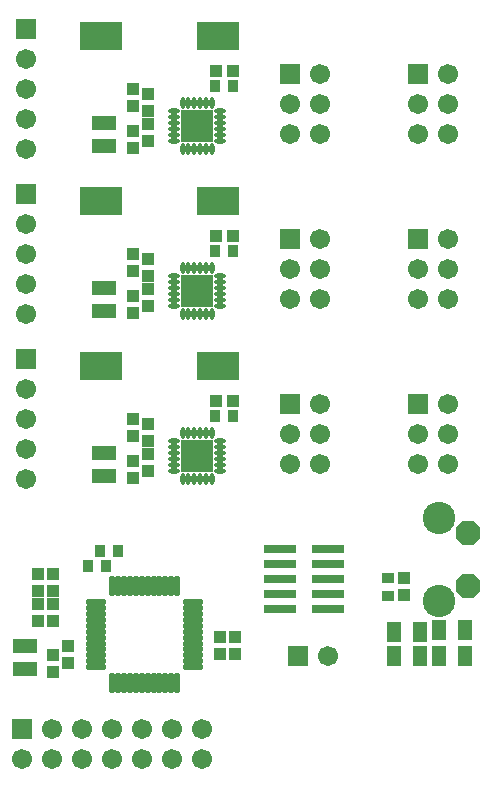
<source format=gts>
%FSLAX23Y23*%
%MOIN*%
G70*
G01*
G75*
G04 Layer_Color=8388736*
%ADD10O,0.063X0.012*%
%ADD11O,0.012X0.063*%
%ADD12R,0.035X0.031*%
%ADD13R,0.075X0.043*%
%ADD14R,0.110X0.030*%
%ADD15R,0.039X0.059*%
%ADD16R,0.035X0.028*%
%ADD17R,0.028X0.035*%
%ADD18R,0.100X0.100*%
%ADD19O,0.010X0.030*%
%ADD20O,0.030X0.010*%
%ADD21R,0.031X0.035*%
%ADD22R,0.132X0.085*%
%ADD23C,0.010*%
%ADD24C,0.015*%
%ADD25C,0.008*%
%ADD26C,0.025*%
G04:AMPARAMS|DCode=27|XSize=70mil|YSize=70mil|CornerRadius=0mil|HoleSize=0mil|Usage=FLASHONLY|Rotation=90.000|XOffset=0mil|YOffset=0mil|HoleType=Round|Shape=Octagon|*
%AMOCTAGOND27*
4,1,8,0.018,0.035,-0.018,0.035,-0.035,0.018,-0.035,-0.018,-0.018,-0.035,0.018,-0.035,0.035,-0.018,0.035,0.018,0.018,0.035,0.0*
%
%ADD27OCTAGOND27*%

%ADD28C,0.100*%
%ADD29C,0.059*%
%ADD30R,0.059X0.059*%
%ADD31R,0.059X0.059*%
%ADD32C,0.030*%
%ADD33C,0.025*%
%ADD34C,0.020*%
%ADD35C,0.010*%
%ADD36C,0.024*%
%ADD37C,0.010*%
%ADD38C,0.006*%
%ADD39C,0.008*%
%ADD40C,0.005*%
%ADD41O,0.071X0.020*%
%ADD42O,0.020X0.071*%
%ADD43R,0.043X0.039*%
%ADD44R,0.083X0.051*%
%ADD45R,0.047X0.067*%
%ADD46R,0.043X0.036*%
%ADD47R,0.036X0.043*%
%ADD48R,0.108X0.108*%
%ADD49O,0.018X0.038*%
%ADD50O,0.038X0.018*%
%ADD51R,0.039X0.043*%
%ADD52R,0.140X0.093*%
G04:AMPARAMS|DCode=53|XSize=78mil|YSize=78mil|CornerRadius=0mil|HoleSize=0mil|Usage=FLASHONLY|Rotation=90.000|XOffset=0mil|YOffset=0mil|HoleType=Round|Shape=Octagon|*
%AMOCTAGOND53*
4,1,8,0.020,0.039,-0.020,0.039,-0.039,0.020,-0.039,-0.020,-0.020,-0.039,0.020,-0.039,0.039,-0.020,0.039,0.020,0.020,0.039,0.0*
%
%ADD53OCTAGOND53*%

%ADD54C,0.108*%
%ADD55C,0.067*%
%ADD56R,0.067X0.067*%
%ADD57R,0.067X0.067*%
%ADD58C,0.028*%
D14*
X6480Y2660D02*
D03*
X6320D02*
D03*
X6480Y2710D02*
D03*
X6320D02*
D03*
X6480Y2760D02*
D03*
X6320D02*
D03*
X6480Y2810D02*
D03*
X6320D02*
D03*
X6480Y2860D02*
D03*
X6320D02*
D03*
D41*
X5708Y2683D02*
D03*
Y2664D02*
D03*
Y2644D02*
D03*
Y2624D02*
D03*
Y2605D02*
D03*
Y2585D02*
D03*
Y2565D02*
D03*
Y2545D02*
D03*
Y2526D02*
D03*
Y2506D02*
D03*
Y2486D02*
D03*
Y2467D02*
D03*
X6032D02*
D03*
Y2486D02*
D03*
Y2506D02*
D03*
Y2526D02*
D03*
Y2545D02*
D03*
Y2565D02*
D03*
Y2585D02*
D03*
Y2605D02*
D03*
Y2624D02*
D03*
Y2644D02*
D03*
Y2664D02*
D03*
Y2683D02*
D03*
D42*
X5762Y2413D02*
D03*
X5781D02*
D03*
X5801D02*
D03*
X5821D02*
D03*
X5840D02*
D03*
X5860D02*
D03*
X5880D02*
D03*
X5900D02*
D03*
X5919D02*
D03*
X5939D02*
D03*
X5959D02*
D03*
X5978D02*
D03*
Y2737D02*
D03*
X5959D02*
D03*
X5939D02*
D03*
X5919D02*
D03*
X5900D02*
D03*
X5880D02*
D03*
X5860D02*
D03*
X5840D02*
D03*
X5821D02*
D03*
X5801D02*
D03*
X5781D02*
D03*
X5762D02*
D03*
D43*
X5515Y2678D02*
D03*
Y2622D02*
D03*
X5565Y2678D02*
D03*
Y2622D02*
D03*
X5515Y2778D02*
D03*
Y2722D02*
D03*
X5565Y2452D02*
D03*
Y2508D02*
D03*
X5615Y2538D02*
D03*
Y2482D02*
D03*
X5565Y2778D02*
D03*
Y2722D02*
D03*
X6120Y2568D02*
D03*
Y2512D02*
D03*
X6170Y2568D02*
D03*
Y2512D02*
D03*
X6735Y2707D02*
D03*
Y2763D02*
D03*
X5830Y4253D02*
D03*
Y4197D02*
D03*
X5880Y4278D02*
D03*
Y4222D02*
D03*
X5830Y4337D02*
D03*
Y4393D02*
D03*
X5880Y4322D02*
D03*
Y4378D02*
D03*
Y3772D02*
D03*
Y3828D02*
D03*
X5830Y3787D02*
D03*
Y3843D02*
D03*
X5880Y3728D02*
D03*
Y3672D02*
D03*
X5830Y3703D02*
D03*
Y3647D02*
D03*
X5880Y3222D02*
D03*
Y3278D02*
D03*
X5830Y3237D02*
D03*
Y3293D02*
D03*
X5880Y3178D02*
D03*
Y3122D02*
D03*
X5830Y3153D02*
D03*
Y3097D02*
D03*
D44*
X5470Y2460D02*
D03*
Y2537D02*
D03*
X5735Y4205D02*
D03*
Y4282D02*
D03*
Y3655D02*
D03*
Y3732D02*
D03*
Y3105D02*
D03*
Y3182D02*
D03*
D45*
X6788Y2505D02*
D03*
X6702D02*
D03*
X6788Y2585D02*
D03*
X6702D02*
D03*
X6852Y2504D02*
D03*
X6938D02*
D03*
X6852Y2589D02*
D03*
X6938D02*
D03*
D46*
X6680Y2765D02*
D03*
Y2705D02*
D03*
D47*
X5680Y2805D02*
D03*
X5740D02*
D03*
X5720Y2855D02*
D03*
X5780D02*
D03*
X6165Y4405D02*
D03*
X6105D02*
D03*
X6165Y3855D02*
D03*
X6105D02*
D03*
X6165Y3305D02*
D03*
X6105D02*
D03*
D48*
X6045Y4270D02*
D03*
Y3720D02*
D03*
Y3170D02*
D03*
D49*
X5996Y4347D02*
D03*
X6015D02*
D03*
X6035D02*
D03*
X6055D02*
D03*
X6075D02*
D03*
X6094D02*
D03*
Y4193D02*
D03*
X6075D02*
D03*
X6055D02*
D03*
X6035D02*
D03*
X6015D02*
D03*
X5996D02*
D03*
Y3797D02*
D03*
X6015D02*
D03*
X6035D02*
D03*
X6055D02*
D03*
X6075D02*
D03*
X6094D02*
D03*
Y3643D02*
D03*
X6075D02*
D03*
X6055D02*
D03*
X6035D02*
D03*
X6015D02*
D03*
X5996D02*
D03*
Y3247D02*
D03*
X6015D02*
D03*
X6035D02*
D03*
X6055D02*
D03*
X6075D02*
D03*
X6094D02*
D03*
Y3093D02*
D03*
X6075D02*
D03*
X6055D02*
D03*
X6035D02*
D03*
X6015D02*
D03*
X5996D02*
D03*
D50*
X6122Y4319D02*
D03*
Y4300D02*
D03*
Y4280D02*
D03*
Y4260D02*
D03*
Y4240D02*
D03*
Y4221D02*
D03*
X5968D02*
D03*
Y4240D02*
D03*
Y4260D02*
D03*
Y4280D02*
D03*
Y4300D02*
D03*
Y4319D02*
D03*
X6122Y3769D02*
D03*
Y3750D02*
D03*
Y3730D02*
D03*
Y3710D02*
D03*
Y3690D02*
D03*
Y3671D02*
D03*
X5968D02*
D03*
Y3690D02*
D03*
Y3710D02*
D03*
Y3730D02*
D03*
Y3750D02*
D03*
Y3769D02*
D03*
X6122Y3219D02*
D03*
Y3200D02*
D03*
Y3180D02*
D03*
Y3160D02*
D03*
Y3140D02*
D03*
Y3121D02*
D03*
X5968D02*
D03*
Y3140D02*
D03*
Y3160D02*
D03*
Y3180D02*
D03*
Y3200D02*
D03*
Y3219D02*
D03*
D51*
X6107Y4455D02*
D03*
X6163D02*
D03*
X6107Y3905D02*
D03*
X6163D02*
D03*
X6107Y3355D02*
D03*
X6163D02*
D03*
D52*
X5723Y4570D02*
D03*
X6115D02*
D03*
X5723Y4020D02*
D03*
X6115D02*
D03*
X5723Y3470D02*
D03*
X6115D02*
D03*
D53*
X6949Y2736D02*
D03*
Y2914D02*
D03*
D54*
X6851Y2687D02*
D03*
Y2963D02*
D03*
D55*
X6060Y2160D02*
D03*
Y2260D02*
D03*
X5960Y2160D02*
D03*
Y2260D02*
D03*
X5860Y2160D02*
D03*
Y2260D02*
D03*
X5760Y2160D02*
D03*
Y2260D02*
D03*
X5660Y2160D02*
D03*
Y2260D02*
D03*
X5560Y2160D02*
D03*
Y2260D02*
D03*
X5460Y2160D02*
D03*
X5475Y4495D02*
D03*
Y4395D02*
D03*
Y4295D02*
D03*
Y4195D02*
D03*
X6455Y4445D02*
D03*
X6355Y4345D02*
D03*
X6455D02*
D03*
X6355Y4245D02*
D03*
X6455D02*
D03*
X6880Y4445D02*
D03*
X6780Y4345D02*
D03*
X6880D02*
D03*
X6780Y4245D02*
D03*
X6880D02*
D03*
Y3895D02*
D03*
X6780Y3795D02*
D03*
X6880D02*
D03*
X6780Y3695D02*
D03*
X6880D02*
D03*
X5475Y3945D02*
D03*
Y3845D02*
D03*
Y3745D02*
D03*
Y3645D02*
D03*
X6455Y3895D02*
D03*
X6355Y3795D02*
D03*
X6455D02*
D03*
X6355Y3695D02*
D03*
X6455D02*
D03*
X6880Y3345D02*
D03*
X6780Y3245D02*
D03*
X6880D02*
D03*
X6780Y3145D02*
D03*
X6880D02*
D03*
X5475Y3395D02*
D03*
Y3295D02*
D03*
Y3195D02*
D03*
Y3095D02*
D03*
X6455Y3345D02*
D03*
X6355Y3245D02*
D03*
X6455D02*
D03*
X6355Y3145D02*
D03*
X6455D02*
D03*
X6480Y2505D02*
D03*
D56*
X5460Y2260D02*
D03*
X6380Y2505D02*
D03*
D57*
X5475Y4595D02*
D03*
X6355Y4445D02*
D03*
X6780D02*
D03*
Y3895D02*
D03*
X5475Y4045D02*
D03*
X6355Y3895D02*
D03*
X6780Y3345D02*
D03*
X5475Y3495D02*
D03*
X6355Y3345D02*
D03*
D58*
X6067Y4248D02*
D03*
X6023D02*
D03*
X6067Y4292D02*
D03*
X6023D02*
D03*
X6067Y3698D02*
D03*
X6023D02*
D03*
X6067Y3742D02*
D03*
X6023D02*
D03*
X6067Y3148D02*
D03*
X6023D02*
D03*
X6067Y3192D02*
D03*
X6023D02*
D03*
M02*

</source>
